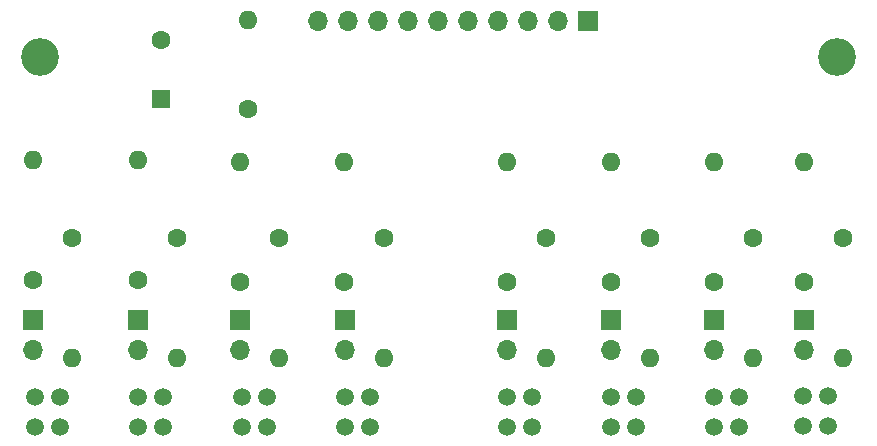
<source format=gbr>
%TF.GenerationSoftware,KiCad,Pcbnew,6.0.7-f9a2dced07~116~ubuntu20.04.1*%
%TF.CreationDate,2022-07-29T11:58:25-04:00*%
%TF.ProjectId,sensor_gnuiiium,73656e73-6f72-45f6-976e-75696969756d,rev?*%
%TF.SameCoordinates,Original*%
%TF.FileFunction,Soldermask,Bot*%
%TF.FilePolarity,Negative*%
%FSLAX46Y46*%
G04 Gerber Fmt 4.6, Leading zero omitted, Abs format (unit mm)*
G04 Created by KiCad (PCBNEW 6.0.7-f9a2dced07~116~ubuntu20.04.1) date 2022-07-29 11:58:25*
%MOMM*%
%LPD*%
G01*
G04 APERTURE LIST*
%ADD10C,1.600000*%
%ADD11O,1.600000X1.600000*%
%ADD12C,1.500000*%
%ADD13R,1.700000X1.700000*%
%ADD14O,1.700000X1.700000*%
%ADD15C,3.200000*%
%ADD16R,1.600000X1.600000*%
G04 APERTURE END LIST*
D10*
%TO.C,R3*%
X165862000Y-101600000D03*
D11*
X165862000Y-111760000D03*
%TD*%
D10*
%TO.C,R10*%
X153924000Y-105156000D03*
D11*
X153924000Y-94996000D03*
%TD*%
D10*
%TO.C,C1*%
X163195000Y-90618000D03*
D11*
X163195000Y-83118000D03*
%TD*%
D12*
%TO.C,U8*%
X212305000Y-117500000D03*
X212305000Y-114960000D03*
X210195000Y-114960000D03*
X210195000Y-117500000D03*
%TD*%
%TO.C,U6*%
X196055000Y-117520000D03*
X196055000Y-114980000D03*
X193945000Y-114980000D03*
X193945000Y-117520000D03*
%TD*%
D13*
%TO.C,J5*%
X185166000Y-108478000D03*
D14*
X185166000Y-111018000D03*
%TD*%
D10*
%TO.C,R4*%
X174752000Y-101600000D03*
D11*
X174752000Y-111760000D03*
%TD*%
D10*
%TO.C,R1*%
X148336000Y-101600000D03*
D11*
X148336000Y-111760000D03*
%TD*%
D15*
%TO.C,REF\u002A\u002A*%
X145599400Y-86250000D03*
%TD*%
D12*
%TO.C,U7*%
X204805000Y-117520000D03*
X204805000Y-114980000D03*
X202695000Y-114980000D03*
X202695000Y-117520000D03*
%TD*%
%TO.C,U2*%
X156055000Y-117520000D03*
X156055000Y-114980000D03*
X153945000Y-114980000D03*
X153945000Y-117520000D03*
%TD*%
D13*
%TO.C,J4*%
X171450000Y-108478000D03*
D14*
X171450000Y-111018000D03*
%TD*%
D13*
%TO.C,J1*%
X145034000Y-108478000D03*
D14*
X145034000Y-111018000D03*
%TD*%
D10*
%TO.C,R11*%
X162560000Y-105283000D03*
D11*
X162560000Y-95123000D03*
%TD*%
D10*
%TO.C,R12*%
X171323000Y-105283000D03*
D11*
X171323000Y-95123000D03*
%TD*%
D13*
%TO.C,J10*%
X192049400Y-83210400D03*
D14*
X189509400Y-83210400D03*
X186969400Y-83210400D03*
X184429400Y-83210400D03*
X181889400Y-83210400D03*
X179349400Y-83210400D03*
X176809400Y-83210400D03*
X174269400Y-83210400D03*
X171729400Y-83210400D03*
X169189400Y-83210400D03*
%TD*%
D16*
%TO.C,C2*%
X155829000Y-89789000D03*
D10*
X155829000Y-84789000D03*
%TD*%
%TO.C,R2*%
X157226000Y-101600000D03*
D11*
X157226000Y-111760000D03*
%TD*%
D10*
%TO.C,R7*%
X205994000Y-101600000D03*
D11*
X205994000Y-111760000D03*
%TD*%
D10*
%TO.C,R16*%
X210312000Y-105283000D03*
D11*
X210312000Y-95123000D03*
%TD*%
D10*
%TO.C,R6*%
X197256000Y-101600000D03*
D11*
X197256000Y-111760000D03*
%TD*%
D13*
%TO.C,J7*%
X202692000Y-108478000D03*
D14*
X202692000Y-111018000D03*
%TD*%
D10*
%TO.C,R14*%
X193929000Y-105283000D03*
D11*
X193929000Y-95123000D03*
%TD*%
D12*
%TO.C,U1*%
X147305000Y-117520000D03*
X147305000Y-114980000D03*
X145195000Y-114980000D03*
X145195000Y-117520000D03*
%TD*%
D10*
%TO.C,R5*%
X188468000Y-101600000D03*
D11*
X188468000Y-111760000D03*
%TD*%
D12*
%TO.C,U5*%
X187305000Y-117520000D03*
X187305000Y-114980000D03*
X185195000Y-114980000D03*
X185195000Y-117520000D03*
%TD*%
D10*
%TO.C,R15*%
X202692000Y-105283000D03*
D11*
X202692000Y-95123000D03*
%TD*%
D12*
%TO.C,U3*%
X164805000Y-117520000D03*
X164805000Y-114980000D03*
X162695000Y-114980000D03*
X162695000Y-117520000D03*
%TD*%
D13*
%TO.C,J8*%
X210337000Y-108478000D03*
D14*
X210337000Y-111018000D03*
%TD*%
D12*
%TO.C,U4*%
X173555000Y-117520000D03*
X173555000Y-114980000D03*
X171445000Y-114980000D03*
X171445000Y-117520000D03*
%TD*%
D15*
%TO.C,REF\u002A\u002A*%
X213099400Y-86250000D03*
%TD*%
D13*
%TO.C,J6*%
X193954000Y-108478000D03*
D14*
X193954000Y-111018000D03*
%TD*%
D10*
%TO.C,R13*%
X185166000Y-105283000D03*
D11*
X185166000Y-95123000D03*
%TD*%
D13*
%TO.C,J2*%
X153949000Y-108478000D03*
D14*
X153949000Y-111018000D03*
%TD*%
D13*
%TO.C,J3*%
X162585000Y-108478000D03*
D14*
X162585000Y-111018000D03*
%TD*%
D10*
%TO.C,R8*%
X213614000Y-101600000D03*
D11*
X213614000Y-111760000D03*
%TD*%
D10*
%TO.C,R9*%
X145034000Y-105156000D03*
D11*
X145034000Y-94996000D03*
%TD*%
M02*

</source>
